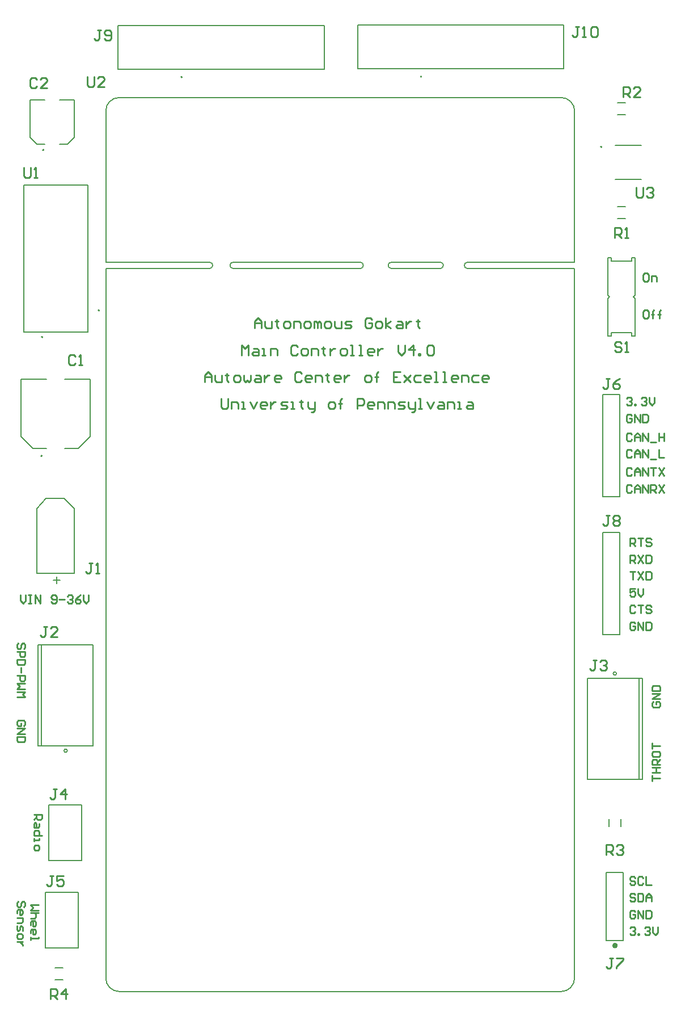
<source format=gto>
G04*
G04 #@! TF.GenerationSoftware,Altium Limited,Altium Designer,22.8.2 (66)*
G04*
G04 Layer_Color=65535*
%FSLAX42Y42*%
%MOMM*%
G71*
G04*
G04 #@! TF.SameCoordinates,B6351484-2ED7-4914-87D0-F8C2F53150F7*
G04*
G04*
G04 #@! TF.FilePolarity,Positive*
G04*
G01*
G75*
%ADD10C,0.13*%
%ADD11C,0.20*%
%ADD12C,0.40*%
%ADD13C,0.20*%
%ADD14C,0.25*%
D10*
X3049Y11117D02*
G03*
X3049Y11211I-1J47D01*
G01*
X3400D02*
G03*
X3400Y11117I1J-47D01*
G01*
X5300D02*
G03*
X5300Y11211I-1J47D01*
G01*
X5762D02*
G03*
X5762Y11117I1J-47D01*
G01*
X6494D02*
G03*
X6494Y11211I-1J47D01*
G01*
X6900D02*
G03*
X6900Y11117I1J-47D01*
G01*
X1700Y13667D02*
G03*
X1500Y13467I0J-200D01*
G01*
X8500D02*
G03*
X8300Y13667I-200J0D01*
G01*
Y333D02*
G03*
X8500Y533I0J200D01*
G01*
X1500D02*
G03*
X1700Y333I200J0D01*
G01*
X6900Y11211D02*
X8500D01*
X5762D02*
X6494D01*
X3400D02*
X5300D01*
X1500D02*
X3049D01*
X6900Y11117D02*
X8500D01*
X5762D02*
X6494D01*
X3400D02*
X5300D01*
X1500D02*
X3049D01*
X1500Y11211D02*
Y13467D01*
X1700Y13667D02*
X8300D01*
X8500Y11211D02*
Y13467D01*
Y533D02*
Y11117D01*
X1700Y333D02*
X8300D01*
X1500Y533D02*
Y11117D01*
X8923Y7715D02*
X9177D01*
Y9239D01*
X8923D02*
X9177D01*
X8923Y7715D02*
Y9239D01*
X742Y688D02*
X858D01*
X742Y512D02*
X858D01*
X1085Y8435D02*
X1265Y8615D01*
Y9465D01*
X235Y8615D02*
Y9465D01*
Y8615D02*
X415Y8435D01*
X618D01*
X882D02*
X1085D01*
X235Y9465D02*
X618D01*
X882D02*
X1265D01*
X8975Y1092D02*
Y2108D01*
X9225D01*
Y1092D02*
Y2108D01*
X8975Y1092D02*
X9225D01*
X280Y10165D02*
X1230D01*
Y12365D01*
X280D02*
X1230D01*
X280Y10165D02*
Y12365D01*
X930Y12970D02*
X1030Y13070D01*
Y13630D01*
X370Y13070D02*
Y13630D01*
Y13070D02*
X470Y12970D01*
X588D01*
X812D02*
X930D01*
X370Y13630D02*
X588D01*
X812D02*
X1030D01*
X9510Y3500D02*
Y5000D01*
X9460Y3500D02*
X9510D01*
X8690D02*
X9460D01*
X8690D02*
Y5000D01*
X9510D01*
X9460Y3500D02*
Y5000D01*
X490Y4000D02*
Y5500D01*
X540D01*
X1310D01*
Y4000D02*
Y5500D01*
X490Y4000D02*
X1310D01*
X540D02*
Y5500D01*
X8923Y5657D02*
X9177D01*
Y7181D01*
X8923D02*
X9177D01*
X8923Y5657D02*
Y7181D01*
X9012Y2792D02*
Y2908D01*
X9188Y2792D02*
Y2908D01*
X9105Y12447D02*
X9495D01*
X9105Y12952D02*
X9495D01*
X1683Y14742D02*
X4763D01*
Y14092D02*
Y14742D01*
X1683Y14092D02*
Y14742D01*
Y14092D02*
X4763D01*
X5259Y14100D02*
X8340D01*
X5259D02*
Y14750D01*
X8340Y14100D02*
Y14750D01*
X5259D02*
X8340D01*
X8997Y10112D02*
X9048D01*
Y10163D01*
X9352D01*
Y10112D02*
Y10163D01*
Y10112D02*
X9403D01*
Y10671D01*
X9378Y10696D02*
X9403Y10671D01*
X9378Y10696D02*
X9403Y10721D01*
Y11280D01*
X9352D02*
X9403D01*
X9352Y11229D02*
Y11280D01*
X9048Y11229D02*
X9352D01*
X9048D02*
Y11280D01*
X8997D02*
X9048D01*
X8997Y10721D02*
Y11280D01*
Y10721D02*
X9022Y10696D01*
X8997Y10671D02*
X9022Y10696D01*
X8997Y10112D02*
Y10671D01*
X9142Y11862D02*
X9258D01*
X9142Y12038D02*
X9258D01*
X9142Y13588D02*
X9258D01*
X9142Y13412D02*
X9258D01*
X607Y7690D02*
X870D01*
X470Y7533D02*
X607Y7690D01*
X470Y6570D02*
X1030D01*
X770Y6420D02*
Y6520D01*
X720Y6470D02*
X820D01*
X470Y6570D02*
Y7533D01*
X1030Y6570D02*
Y7533D01*
X870Y7690D02*
X873D01*
X1030Y7533D01*
D11*
X1406Y10493D02*
G03*
X1406Y10493I-10J0D01*
G01*
X550Y8320D02*
G03*
X550Y8320I-10J0D01*
G01*
X560Y10095D02*
G03*
X560Y10095I-10J0D01*
G01*
X575Y12885D02*
G03*
X575Y12885I-10J0D01*
G01*
X8906Y12930D02*
G03*
X8906Y12930I-10J0D01*
G01*
X2641Y13972D02*
G03*
X2641Y13972I-10J0D01*
G01*
X6217Y13980D02*
G03*
X6217Y13980I-10J0D01*
G01*
D12*
X9124Y1017D02*
G03*
X9124Y1017I-20J0D01*
G01*
D13*
X9125Y5075D02*
G03*
X9125Y5075I-25J0D01*
G01*
X925Y3925D02*
G03*
X925Y3925I-25J0D01*
G01*
X1090Y985D02*
Y1815D01*
X600Y985D02*
X1090D01*
X600D02*
Y1815D01*
X1090D01*
X1140Y2285D02*
Y3115D01*
X650Y2285D02*
X1140D01*
X650D02*
Y3115D01*
X1140D01*
D14*
X1223Y13976D02*
Y13849D01*
X1248Y13824D01*
X1299D01*
X1325Y13849D01*
Y13976D01*
X1477Y13824D02*
X1375D01*
X1477Y13925D01*
Y13951D01*
X1452Y13976D01*
X1401D01*
X1375Y13951D01*
X9355Y7875D02*
X9335Y7895D01*
X9295D01*
X9275Y7875D01*
Y7795D01*
X9295Y7775D01*
X9335D01*
X9355Y7795D01*
X9395Y7775D02*
Y7855D01*
X9435Y7895D01*
X9475Y7855D01*
Y7775D01*
Y7835D01*
X9395D01*
X9515Y7775D02*
Y7895D01*
X9595Y7775D01*
Y7895D01*
X9635Y7775D02*
Y7895D01*
X9695D01*
X9715Y7875D01*
Y7835D01*
X9695Y7815D01*
X9635D01*
X9675D02*
X9715Y7775D01*
X9755Y7895D02*
X9835Y7775D01*
Y7895D02*
X9755Y7775D01*
X9355Y8125D02*
X9335Y8145D01*
X9295D01*
X9275Y8125D01*
Y8045D01*
X9295Y8025D01*
X9335D01*
X9355Y8045D01*
X9395Y8025D02*
Y8105D01*
X9435Y8145D01*
X9475Y8105D01*
Y8025D01*
Y8085D01*
X9395D01*
X9515Y8025D02*
Y8145D01*
X9595Y8025D01*
Y8145D01*
X9635D02*
X9715D01*
X9675D01*
Y8025D01*
X9755Y8145D02*
X9835Y8025D01*
Y8145D02*
X9755Y8025D01*
X9025Y9476D02*
X8974D01*
X8999D01*
Y9349D01*
X8974Y9324D01*
X8948D01*
X8923Y9349D01*
X9177Y9476D02*
X9126Y9451D01*
X9075Y9400D01*
Y9349D01*
X9101Y9324D01*
X9152D01*
X9177Y9349D01*
Y9375D01*
X9152Y9400D01*
X9075D01*
X9355Y8925D02*
X9335Y8945D01*
X9295D01*
X9275Y8925D01*
Y8845D01*
X9295Y8825D01*
X9335D01*
X9355Y8845D01*
Y8885D01*
X9315D01*
X9395Y8825D02*
Y8945D01*
X9475Y8825D01*
Y8945D01*
X9515D02*
Y8825D01*
X9575D01*
X9595Y8845D01*
Y8925D01*
X9575Y8945D01*
X9515D01*
X9275Y9175D02*
X9295Y9195D01*
X9335D01*
X9355Y9175D01*
Y9155D01*
X9335Y9135D01*
X9315D01*
X9335D01*
X9355Y9115D01*
Y9095D01*
X9335Y9075D01*
X9295D01*
X9275Y9095D01*
X9395Y9075D02*
Y9095D01*
X9415D01*
Y9075D01*
X9395D01*
X9495Y9175D02*
X9515Y9195D01*
X9555D01*
X9575Y9175D01*
Y9155D01*
X9555Y9135D01*
X9535D01*
X9555D01*
X9575Y9115D01*
Y9095D01*
X9555Y9075D01*
X9515D01*
X9495Y9095D01*
X9615Y9195D02*
Y9115D01*
X9655Y9075D01*
X9695Y9115D01*
Y9195D01*
X9355Y8395D02*
X9335Y8415D01*
X9295D01*
X9275Y8395D01*
Y8315D01*
X9295Y8295D01*
X9335D01*
X9355Y8315D01*
X9395Y8295D02*
Y8375D01*
X9435Y8415D01*
X9475Y8375D01*
Y8295D01*
Y8355D01*
X9395D01*
X9515Y8295D02*
Y8415D01*
X9595Y8295D01*
Y8415D01*
X9635Y8275D02*
X9715D01*
X9755Y8415D02*
Y8295D01*
X9835D01*
X9355Y8645D02*
X9335Y8665D01*
X9295D01*
X9275Y8645D01*
Y8565D01*
X9295Y8545D01*
X9335D01*
X9355Y8565D01*
X9395Y8545D02*
Y8625D01*
X9435Y8665D01*
X9475Y8625D01*
Y8545D01*
Y8605D01*
X9395D01*
X9515Y8545D02*
Y8665D01*
X9595Y8545D01*
Y8665D01*
X9635Y8525D02*
X9715D01*
X9755Y8665D02*
Y8545D01*
Y8605D01*
X9835D01*
Y8665D01*
Y8545D01*
X425Y2975D02*
X545D01*
Y2915D01*
X525Y2895D01*
X485D01*
X465Y2915D01*
Y2975D01*
Y2935D02*
X425Y2895D01*
X505Y2835D02*
Y2795D01*
X485Y2775D01*
X425D01*
Y2835D01*
X445Y2855D01*
X465Y2835D01*
Y2775D01*
X545Y2655D02*
X425D01*
Y2715D01*
X445Y2735D01*
X485D01*
X505Y2715D01*
Y2655D01*
X425Y2615D02*
Y2575D01*
Y2595D01*
X505D01*
Y2615D01*
X425Y2495D02*
Y2455D01*
X445Y2435D01*
X485D01*
X505Y2455D01*
Y2495D01*
X485Y2515D01*
X445D01*
X425Y2495D01*
X9675Y4655D02*
X9655Y4635D01*
Y4595D01*
X9675Y4575D01*
X9755D01*
X9775Y4595D01*
Y4635D01*
X9755Y4655D01*
X9715D01*
Y4615D01*
X9775Y4695D02*
X9655D01*
X9775Y4775D01*
X9655D01*
Y4815D02*
X9775D01*
Y4875D01*
X9755Y4895D01*
X9675D01*
X9655Y4875D01*
Y4815D01*
X9325Y1275D02*
X9345Y1295D01*
X9385D01*
X9405Y1275D01*
Y1255D01*
X9385Y1235D01*
X9365D01*
X9385D01*
X9405Y1215D01*
Y1195D01*
X9385Y1175D01*
X9345D01*
X9325Y1195D01*
X9445Y1175D02*
Y1195D01*
X9465D01*
Y1175D01*
X9445D01*
X9545Y1275D02*
X9565Y1295D01*
X9605D01*
X9625Y1275D01*
Y1255D01*
X9605Y1235D01*
X9585D01*
X9605D01*
X9625Y1215D01*
Y1195D01*
X9605Y1175D01*
X9565D01*
X9545Y1195D01*
X9665Y1295D02*
Y1215D01*
X9705Y1175D01*
X9745Y1215D01*
Y1295D01*
X9405Y1525D02*
X9385Y1545D01*
X9345D01*
X9325Y1525D01*
Y1445D01*
X9345Y1425D01*
X9385D01*
X9405Y1445D01*
Y1485D01*
X9365D01*
X9445Y1425D02*
Y1545D01*
X9525Y1425D01*
Y1545D01*
X9565D02*
Y1425D01*
X9625D01*
X9645Y1445D01*
Y1525D01*
X9625Y1545D01*
X9565D01*
X9405Y1775D02*
X9385Y1795D01*
X9345D01*
X9325Y1775D01*
Y1755D01*
X9345Y1735D01*
X9385D01*
X9405Y1715D01*
Y1695D01*
X9385Y1675D01*
X9345D01*
X9325Y1695D01*
X9445Y1795D02*
Y1675D01*
X9505D01*
X9525Y1695D01*
Y1775D01*
X9505Y1795D01*
X9445D01*
X9565Y1675D02*
Y1755D01*
X9605Y1795D01*
X9645Y1755D01*
Y1675D01*
Y1735D01*
X9565D01*
X9405Y2025D02*
X9385Y2045D01*
X9345D01*
X9325Y2025D01*
Y2005D01*
X9345Y1985D01*
X9385D01*
X9405Y1965D01*
Y1945D01*
X9385Y1925D01*
X9345D01*
X9325Y1945D01*
X9525Y2025D02*
X9505Y2045D01*
X9465D01*
X9445Y2025D01*
Y1945D01*
X9465Y1925D01*
X9505D01*
X9525Y1945D01*
X9565Y2045D02*
Y1925D01*
X9645D01*
X3225Y9179D02*
Y9052D01*
X3251Y9026D01*
X3302D01*
X3327Y9052D01*
Y9179D01*
X3378Y9026D02*
Y9128D01*
X3454D01*
X3479Y9102D01*
Y9026D01*
X3530D02*
X3581D01*
X3555D01*
Y9128D01*
X3530D01*
X3657D02*
X3708Y9026D01*
X3759Y9128D01*
X3886Y9026D02*
X3835D01*
X3809Y9052D01*
Y9102D01*
X3835Y9128D01*
X3886D01*
X3911Y9102D01*
Y9077D01*
X3809D01*
X3962Y9128D02*
Y9026D01*
Y9077D01*
X3987Y9102D01*
X4013Y9128D01*
X4038D01*
X4114Y9026D02*
X4190D01*
X4216Y9052D01*
X4190Y9077D01*
X4140D01*
X4114Y9102D01*
X4140Y9128D01*
X4216D01*
X4266Y9026D02*
X4317D01*
X4292D01*
Y9128D01*
X4266D01*
X4419Y9153D02*
Y9128D01*
X4393D01*
X4444D01*
X4419D01*
Y9052D01*
X4444Y9026D01*
X4520Y9128D02*
Y9052D01*
X4546Y9026D01*
X4622D01*
Y9001D01*
X4597Y8975D01*
X4571D01*
X4622Y9026D02*
Y9128D01*
X4850Y9026D02*
X4901D01*
X4927Y9052D01*
Y9102D01*
X4901Y9128D01*
X4850D01*
X4825Y9102D01*
Y9052D01*
X4850Y9026D01*
X5003D02*
Y9153D01*
Y9102D01*
X4977D01*
X5028D01*
X5003D01*
Y9153D01*
X5028Y9179D01*
X5257Y9026D02*
Y9179D01*
X5333D01*
X5358Y9153D01*
Y9102D01*
X5333Y9077D01*
X5257D01*
X5485Y9026D02*
X5434D01*
X5409Y9052D01*
Y9102D01*
X5434Y9128D01*
X5485D01*
X5511Y9102D01*
Y9077D01*
X5409D01*
X5561Y9026D02*
Y9128D01*
X5638D01*
X5663Y9102D01*
Y9026D01*
X5714D02*
Y9128D01*
X5790D01*
X5815Y9102D01*
Y9026D01*
X5866D02*
X5942D01*
X5968Y9052D01*
X5942Y9077D01*
X5892D01*
X5866Y9102D01*
X5892Y9128D01*
X5968D01*
X6018D02*
Y9052D01*
X6044Y9026D01*
X6120D01*
Y9001D01*
X6095Y8975D01*
X6069D01*
X6120Y9026D02*
Y9128D01*
X6171Y9026D02*
X6222D01*
X6196D01*
Y9179D01*
X6171D01*
X6298Y9128D02*
X6349Y9026D01*
X6399Y9128D01*
X6476D02*
X6526D01*
X6552Y9102D01*
Y9026D01*
X6476D01*
X6450Y9052D01*
X6476Y9077D01*
X6552D01*
X6603Y9026D02*
Y9128D01*
X6679D01*
X6704Y9102D01*
Y9026D01*
X6755D02*
X6806D01*
X6780D01*
Y9128D01*
X6755D01*
X6907D02*
X6958D01*
X6983Y9102D01*
Y9026D01*
X6907D01*
X6882Y9052D01*
X6907Y9077D01*
X6983D01*
X2975Y9425D02*
Y9527D01*
X3026Y9578D01*
X3077Y9527D01*
Y9425D01*
Y9502D01*
X2975D01*
X3128Y9527D02*
Y9451D01*
X3153Y9425D01*
X3229D01*
Y9527D01*
X3305Y9552D02*
Y9527D01*
X3280D01*
X3331D01*
X3305D01*
Y9451D01*
X3331Y9425D01*
X3432D02*
X3483D01*
X3509Y9451D01*
Y9502D01*
X3483Y9527D01*
X3432D01*
X3407Y9502D01*
Y9451D01*
X3432Y9425D01*
X3559Y9527D02*
Y9451D01*
X3585Y9425D01*
X3610Y9451D01*
X3636Y9425D01*
X3661Y9451D01*
Y9527D01*
X3737D02*
X3788D01*
X3813Y9502D01*
Y9425D01*
X3737D01*
X3712Y9451D01*
X3737Y9476D01*
X3813D01*
X3864Y9527D02*
Y9425D01*
Y9476D01*
X3890Y9502D01*
X3915Y9527D01*
X3940D01*
X4093Y9425D02*
X4042D01*
X4016Y9451D01*
Y9502D01*
X4042Y9527D01*
X4093D01*
X4118Y9502D01*
Y9476D01*
X4016D01*
X4423Y9552D02*
X4397Y9578D01*
X4347D01*
X4321Y9552D01*
Y9451D01*
X4347Y9425D01*
X4397D01*
X4423Y9451D01*
X4550Y9425D02*
X4499D01*
X4474Y9451D01*
Y9502D01*
X4499Y9527D01*
X4550D01*
X4575Y9502D01*
Y9476D01*
X4474D01*
X4626Y9425D02*
Y9527D01*
X4702D01*
X4727Y9502D01*
Y9425D01*
X4804Y9552D02*
Y9527D01*
X4778D01*
X4829D01*
X4804D01*
Y9451D01*
X4829Y9425D01*
X4981D02*
X4931D01*
X4905Y9451D01*
Y9502D01*
X4931Y9527D01*
X4981D01*
X5007Y9502D01*
Y9476D01*
X4905D01*
X5058Y9527D02*
Y9425D01*
Y9476D01*
X5083Y9502D01*
X5108Y9527D01*
X5134D01*
X5388Y9425D02*
X5438D01*
X5464Y9451D01*
Y9502D01*
X5438Y9527D01*
X5388D01*
X5362Y9502D01*
Y9451D01*
X5388Y9425D01*
X5540D02*
Y9552D01*
Y9502D01*
X5515D01*
X5565D01*
X5540D01*
Y9552D01*
X5565Y9578D01*
X5895D02*
X5794D01*
Y9425D01*
X5895D01*
X5794Y9502D02*
X5845D01*
X5946Y9527D02*
X6048Y9425D01*
X5997Y9476D01*
X6048Y9527D01*
X5946Y9425D01*
X6200Y9527D02*
X6124D01*
X6099Y9502D01*
Y9451D01*
X6124Y9425D01*
X6200D01*
X6327D02*
X6276D01*
X6251Y9451D01*
Y9502D01*
X6276Y9527D01*
X6327D01*
X6353Y9502D01*
Y9476D01*
X6251D01*
X6403Y9425D02*
X6454D01*
X6429D01*
Y9578D01*
X6403D01*
X6530Y9425D02*
X6581D01*
X6556D01*
Y9578D01*
X6530D01*
X6733Y9425D02*
X6683D01*
X6657Y9451D01*
Y9502D01*
X6683Y9527D01*
X6733D01*
X6759Y9502D01*
Y9476D01*
X6657D01*
X6810Y9425D02*
Y9527D01*
X6886D01*
X6911Y9502D01*
Y9425D01*
X7063Y9527D02*
X6987D01*
X6962Y9502D01*
Y9451D01*
X6987Y9425D01*
X7063D01*
X7190D02*
X7140D01*
X7114Y9451D01*
Y9502D01*
X7140Y9527D01*
X7190D01*
X7216Y9502D01*
Y9476D01*
X7114D01*
X3525Y9825D02*
Y9978D01*
X3576Y9927D01*
X3627Y9978D01*
Y9825D01*
X3703Y9927D02*
X3754D01*
X3779Y9902D01*
Y9825D01*
X3703D01*
X3678Y9851D01*
X3703Y9876D01*
X3779D01*
X3830Y9825D02*
X3881D01*
X3855D01*
Y9927D01*
X3830D01*
X3957Y9825D02*
Y9927D01*
X4033D01*
X4059Y9902D01*
Y9825D01*
X4363Y9952D02*
X4338Y9978D01*
X4287D01*
X4262Y9952D01*
Y9851D01*
X4287Y9825D01*
X4338D01*
X4363Y9851D01*
X4440Y9825D02*
X4490D01*
X4516Y9851D01*
Y9902D01*
X4490Y9927D01*
X4440D01*
X4414Y9902D01*
Y9851D01*
X4440Y9825D01*
X4566D02*
Y9927D01*
X4643D01*
X4668Y9902D01*
Y9825D01*
X4744Y9952D02*
Y9927D01*
X4719D01*
X4770D01*
X4744D01*
Y9851D01*
X4770Y9825D01*
X4846Y9927D02*
Y9825D01*
Y9876D01*
X4871Y9902D01*
X4897Y9927D01*
X4922D01*
X5024Y9825D02*
X5074D01*
X5100Y9851D01*
Y9902D01*
X5074Y9927D01*
X5024D01*
X4998Y9902D01*
Y9851D01*
X5024Y9825D01*
X5150D02*
X5201D01*
X5176D01*
Y9978D01*
X5150D01*
X5277Y9825D02*
X5328D01*
X5303D01*
Y9978D01*
X5277D01*
X5481Y9825D02*
X5430D01*
X5404Y9851D01*
Y9902D01*
X5430Y9927D01*
X5481D01*
X5506Y9902D01*
Y9876D01*
X5404D01*
X5557Y9927D02*
Y9825D01*
Y9876D01*
X5582Y9902D01*
X5608Y9927D01*
X5633D01*
X5861Y9978D02*
Y9876D01*
X5912Y9825D01*
X5963Y9876D01*
Y9978D01*
X6090Y9825D02*
Y9978D01*
X6014Y9902D01*
X6115D01*
X6166Y9825D02*
Y9851D01*
X6192D01*
Y9825D01*
X6166D01*
X6293Y9952D02*
X6318Y9978D01*
X6369D01*
X6395Y9952D01*
Y9851D01*
X6369Y9825D01*
X6318D01*
X6293Y9851D01*
Y9952D01*
X3725Y10225D02*
Y10327D01*
X3776Y10378D01*
X3827Y10327D01*
Y10225D01*
Y10302D01*
X3725D01*
X3878Y10327D02*
Y10251D01*
X3903Y10225D01*
X3979D01*
Y10327D01*
X4055Y10352D02*
Y10327D01*
X4030D01*
X4081D01*
X4055D01*
Y10251D01*
X4081Y10225D01*
X4182D02*
X4233D01*
X4259Y10251D01*
Y10302D01*
X4233Y10327D01*
X4182D01*
X4157Y10302D01*
Y10251D01*
X4182Y10225D01*
X4309D02*
Y10327D01*
X4386D01*
X4411Y10302D01*
Y10225D01*
X4487D02*
X4538D01*
X4563Y10251D01*
Y10302D01*
X4538Y10327D01*
X4487D01*
X4462Y10302D01*
Y10251D01*
X4487Y10225D01*
X4614D02*
Y10327D01*
X4640D01*
X4665Y10302D01*
Y10225D01*
Y10302D01*
X4690Y10327D01*
X4716Y10302D01*
Y10225D01*
X4792D02*
X4843D01*
X4868Y10251D01*
Y10302D01*
X4843Y10327D01*
X4792D01*
X4766Y10302D01*
Y10251D01*
X4792Y10225D01*
X4919Y10327D02*
Y10251D01*
X4944Y10225D01*
X5020D01*
Y10327D01*
X5071Y10225D02*
X5147D01*
X5173Y10251D01*
X5147Y10276D01*
X5097D01*
X5071Y10302D01*
X5097Y10327D01*
X5173D01*
X5477Y10352D02*
X5452Y10378D01*
X5401D01*
X5376Y10352D01*
Y10251D01*
X5401Y10225D01*
X5452D01*
X5477Y10251D01*
Y10302D01*
X5427D01*
X5554Y10225D02*
X5604D01*
X5630Y10251D01*
Y10302D01*
X5604Y10327D01*
X5554D01*
X5528Y10302D01*
Y10251D01*
X5554Y10225D01*
X5681D02*
Y10378D01*
Y10276D02*
X5757Y10327D01*
X5681Y10276D02*
X5757Y10225D01*
X5858Y10327D02*
X5909D01*
X5934Y10302D01*
Y10225D01*
X5858D01*
X5833Y10251D01*
X5858Y10276D01*
X5934D01*
X5985Y10327D02*
Y10225D01*
Y10276D01*
X6011Y10302D01*
X6036Y10327D01*
X6061D01*
X6163Y10352D02*
Y10327D01*
X6138D01*
X6188D01*
X6163D01*
Y10251D01*
X6188Y10225D01*
X225Y6245D02*
Y6165D01*
X265Y6125D01*
X305Y6165D01*
Y6245D01*
X345D02*
X385D01*
X365D01*
Y6125D01*
X345D01*
X385D01*
X445D02*
Y6245D01*
X525Y6125D01*
Y6245D01*
X685Y6145D02*
X705Y6125D01*
X745D01*
X765Y6145D01*
Y6225D01*
X745Y6245D01*
X705D01*
X685Y6225D01*
Y6205D01*
X705Y6185D01*
X765D01*
X805D02*
X885D01*
X925Y6225D02*
X945Y6245D01*
X985D01*
X1005Y6225D01*
Y6205D01*
X985Y6185D01*
X965D01*
X985D01*
X1005Y6165D01*
Y6145D01*
X985Y6125D01*
X945D01*
X925Y6145D01*
X1125Y6245D02*
X1085Y6225D01*
X1045Y6185D01*
Y6145D01*
X1065Y6125D01*
X1105D01*
X1125Y6145D01*
Y6165D01*
X1105Y6185D01*
X1045D01*
X1165Y6245D02*
Y6165D01*
X1205Y6125D01*
X1245Y6165D01*
Y6245D01*
X9405Y5825D02*
X9385Y5845D01*
X9345D01*
X9325Y5825D01*
Y5745D01*
X9345Y5725D01*
X9385D01*
X9405Y5745D01*
Y5785D01*
X9365D01*
X9445Y5725D02*
Y5845D01*
X9525Y5725D01*
Y5845D01*
X9565D02*
Y5725D01*
X9625D01*
X9645Y5745D01*
Y5825D01*
X9625Y5845D01*
X9565D01*
X9405Y6075D02*
X9385Y6095D01*
X9345D01*
X9325Y6075D01*
Y5995D01*
X9345Y5975D01*
X9385D01*
X9405Y5995D01*
X9445Y6095D02*
X9525D01*
X9485D01*
Y5975D01*
X9645Y6075D02*
X9625Y6095D01*
X9585D01*
X9565Y6075D01*
Y6055D01*
X9585Y6035D01*
X9625D01*
X9645Y6015D01*
Y5995D01*
X9625Y5975D01*
X9585D01*
X9565Y5995D01*
X9405Y6345D02*
X9325D01*
Y6285D01*
X9365Y6305D01*
X9385D01*
X9405Y6285D01*
Y6245D01*
X9385Y6225D01*
X9345D01*
X9325Y6245D01*
X9445Y6345D02*
Y6265D01*
X9485Y6225D01*
X9525Y6265D01*
Y6345D01*
X9325Y6595D02*
X9405D01*
X9365D01*
Y6475D01*
X9445Y6595D02*
X9525Y6475D01*
Y6595D02*
X9445Y6475D01*
X9565Y6595D02*
Y6475D01*
X9625D01*
X9645Y6495D01*
Y6575D01*
X9625Y6595D01*
X9565D01*
X9325Y6725D02*
Y6845D01*
X9385D01*
X9405Y6825D01*
Y6785D01*
X9385Y6765D01*
X9325D01*
X9365D02*
X9405Y6725D01*
X9445Y6845D02*
X9525Y6725D01*
Y6845D02*
X9445Y6725D01*
X9565Y6845D02*
Y6725D01*
X9625D01*
X9645Y6745D01*
Y6825D01*
X9625Y6845D01*
X9565D01*
X9325Y6975D02*
Y7095D01*
X9385D01*
X9405Y7075D01*
Y7035D01*
X9385Y7015D01*
X9325D01*
X9365D02*
X9405Y6975D01*
X9445Y7095D02*
X9525D01*
X9485D01*
Y6975D01*
X9645Y7075D02*
X9625Y7095D01*
X9585D01*
X9565Y7075D01*
Y7055D01*
X9585Y7035D01*
X9625D01*
X9645Y7015D01*
Y6995D01*
X9625Y6975D01*
X9585D01*
X9565Y6995D01*
X9585Y10495D02*
X9545D01*
X9525Y10475D01*
Y10395D01*
X9545Y10375D01*
X9585D01*
X9605Y10395D01*
Y10475D01*
X9585Y10495D01*
X9665Y10375D02*
Y10475D01*
Y10435D01*
X9645D01*
X9685D01*
X9665D01*
Y10475D01*
X9685Y10495D01*
X9765Y10375D02*
Y10475D01*
Y10435D01*
X9745D01*
X9785D01*
X9765D01*
Y10475D01*
X9785Y10495D01*
X9585Y11045D02*
X9545D01*
X9525Y11025D01*
Y10945D01*
X9545Y10925D01*
X9585D01*
X9605Y10945D01*
Y11025D01*
X9585Y11045D01*
X9645Y10925D02*
Y11005D01*
X9705D01*
X9725Y10985D01*
Y10925D01*
X275Y1595D02*
X295Y1615D01*
Y1655D01*
X275Y1675D01*
X255D01*
X235Y1655D01*
Y1615D01*
X215Y1595D01*
X195D01*
X175Y1615D01*
Y1655D01*
X195Y1675D01*
X175Y1495D02*
Y1535D01*
X195Y1555D01*
X235D01*
X255Y1535D01*
Y1495D01*
X235Y1475D01*
X215D01*
Y1555D01*
X175Y1435D02*
X255D01*
Y1375D01*
X235Y1355D01*
X175D01*
Y1315D02*
Y1255D01*
X195Y1235D01*
X215Y1255D01*
Y1295D01*
X235Y1315D01*
X255Y1295D01*
Y1235D01*
X175Y1175D02*
Y1135D01*
X195Y1115D01*
X235D01*
X255Y1135D01*
Y1175D01*
X235Y1195D01*
X195D01*
X175Y1175D01*
X255Y1075D02*
X175D01*
X215D01*
X235Y1055D01*
X255Y1035D01*
Y1015D01*
X9655Y3475D02*
Y3555D01*
Y3515D01*
X9775D01*
X9655Y3595D02*
X9775D01*
X9715D01*
Y3675D01*
X9655D01*
X9775D01*
Y3715D02*
X9655D01*
Y3775D01*
X9675Y3795D01*
X9715D01*
X9735Y3775D01*
Y3715D01*
Y3755D02*
X9775Y3795D01*
X9655Y3895D02*
Y3855D01*
X9675Y3835D01*
X9755D01*
X9775Y3855D01*
Y3895D01*
X9755Y3915D01*
X9675D01*
X9655Y3895D01*
Y3955D02*
Y4035D01*
Y3995D01*
X9775D01*
X495Y1625D02*
X375D01*
X415Y1585D01*
X375Y1545D01*
X495D01*
Y1505D02*
X375D01*
X435D01*
X455Y1485D01*
Y1445D01*
X435Y1425D01*
X375D01*
Y1325D02*
Y1365D01*
X395Y1385D01*
X435D01*
X455Y1365D01*
Y1325D01*
X435Y1305D01*
X415D01*
Y1385D01*
X375Y1205D02*
Y1245D01*
X395Y1265D01*
X435D01*
X455Y1245D01*
Y1205D01*
X435Y1185D01*
X415D01*
Y1265D01*
X375Y1145D02*
Y1105D01*
Y1125D01*
X495D01*
Y1145D01*
X275Y4295D02*
X295Y4315D01*
Y4355D01*
X275Y4375D01*
X195D01*
X175Y4355D01*
Y4315D01*
X195Y4295D01*
X235D01*
Y4335D01*
X175Y4255D02*
X295D01*
X175Y4175D01*
X295D01*
Y4135D02*
X175D01*
Y4075D01*
X195Y4055D01*
X275D01*
X295Y4075D01*
Y4135D01*
X275Y5445D02*
X295Y5465D01*
Y5505D01*
X275Y5525D01*
X255D01*
X235Y5505D01*
Y5465D01*
X215Y5445D01*
X195D01*
X175Y5465D01*
Y5505D01*
X195Y5525D01*
X175Y5405D02*
X295D01*
Y5345D01*
X275Y5325D01*
X235D01*
X215Y5345D01*
Y5405D01*
X295Y5285D02*
X175D01*
Y5225D01*
X195Y5205D01*
X275D01*
X295Y5225D01*
Y5285D01*
X235Y5165D02*
Y5085D01*
X175Y5045D02*
X295D01*
Y4985D01*
X275Y4965D01*
X235D01*
X215Y4985D01*
Y5045D01*
X295Y4925D02*
X175D01*
X215Y4885D01*
X175Y4845D01*
X295D01*
X175Y4805D02*
X295D01*
X255Y4765D01*
X295Y4725D01*
X175D01*
X277Y12621D02*
Y12494D01*
X302Y12469D01*
X353D01*
X378Y12494D01*
Y12621D01*
X429Y12469D02*
X480D01*
X455D01*
Y12621D01*
X429Y12596D01*
X470Y13939D02*
X444Y13965D01*
X394D01*
X368Y13939D01*
Y13838D01*
X394Y13813D01*
X444D01*
X470Y13838D01*
X622Y13813D02*
X521D01*
X622Y13914D01*
Y13939D01*
X597Y13965D01*
X546D01*
X521Y13939D01*
X1050Y9801D02*
X1025Y9826D01*
X974D01*
X948Y9801D01*
Y9699D01*
X974Y9674D01*
X1025D01*
X1050Y9699D01*
X1101Y9674D02*
X1152D01*
X1126D01*
Y9826D01*
X1101Y9801D01*
X9075Y826D02*
X9024D01*
X9049D01*
Y699D01*
X9024Y674D01*
X8998D01*
X8973Y699D01*
X9125Y826D02*
X9227D01*
Y801D01*
X9125Y699D01*
Y674D01*
X9025Y7435D02*
X8974D01*
X8999D01*
Y7308D01*
X8974Y7282D01*
X8948D01*
X8923Y7308D01*
X9075Y7409D02*
X9101Y7435D01*
X9152D01*
X9177Y7409D01*
Y7384D01*
X9152Y7358D01*
X9177Y7333D01*
Y7308D01*
X9152Y7282D01*
X9101D01*
X9075Y7308D01*
Y7333D01*
X9101Y7358D01*
X9075Y7384D01*
Y7409D01*
X9101Y7358D02*
X9152D01*
X673Y224D02*
Y376D01*
X749D01*
X775Y351D01*
Y300D01*
X749Y275D01*
X673D01*
X724D02*
X775Y224D01*
X902D02*
Y376D01*
X825Y300D01*
X927D01*
X716Y2055D02*
X665D01*
X691D01*
Y1928D01*
X665Y1902D01*
X640D01*
X615Y1928D01*
X869Y2055D02*
X767D01*
Y1979D01*
X818Y2004D01*
X843D01*
X869Y1979D01*
Y1928D01*
X843Y1902D01*
X792D01*
X767Y1928D01*
X767Y3353D02*
X716D01*
X742D01*
Y3226D01*
X716Y3200D01*
X691D01*
X665Y3226D01*
X894Y3200D02*
Y3353D01*
X818Y3277D01*
X919D01*
X8973Y2374D02*
Y2526D01*
X9049D01*
X9075Y2501D01*
Y2450D01*
X9049Y2425D01*
X8973D01*
X9024D02*
X9075Y2374D01*
X9125Y2501D02*
X9151Y2526D01*
X9202D01*
X9227Y2501D01*
Y2475D01*
X9202Y2450D01*
X9176D01*
X9202D01*
X9227Y2425D01*
Y2399D01*
X9202Y2374D01*
X9151D01*
X9125Y2399D01*
X8825Y5276D02*
X8774D01*
X8799D01*
Y5149D01*
X8774Y5124D01*
X8748D01*
X8723Y5149D01*
X8875Y5251D02*
X8901Y5276D01*
X8952D01*
X8977Y5251D01*
Y5225D01*
X8952Y5200D01*
X8926D01*
X8952D01*
X8977Y5175D01*
Y5149D01*
X8952Y5124D01*
X8901D01*
X8875Y5149D01*
X625Y5776D02*
X574D01*
X599D01*
Y5649D01*
X574Y5624D01*
X548D01*
X523Y5649D01*
X777Y5624D02*
X675D01*
X777Y5725D01*
Y5751D01*
X752Y5776D01*
X701D01*
X675Y5751D01*
X1425Y14676D02*
X1374D01*
X1399D01*
Y14549D01*
X1374Y14524D01*
X1348D01*
X1323Y14549D01*
X1475D02*
X1501Y14524D01*
X1552D01*
X1577Y14549D01*
Y14651D01*
X1552Y14676D01*
X1501D01*
X1475Y14651D01*
Y14625D01*
X1501Y14600D01*
X1577D01*
X8561Y14726D02*
X8510D01*
X8536D01*
Y14599D01*
X8510Y14574D01*
X8485D01*
X8460Y14599D01*
X8612Y14574D02*
X8663D01*
X8637D01*
Y14726D01*
X8612Y14701D01*
X8739D02*
X8764Y14726D01*
X8815D01*
X8840Y14701D01*
Y14599D01*
X8815Y14574D01*
X8764D01*
X8739Y14599D01*
Y14701D01*
X9423Y12326D02*
Y12199D01*
X9448Y12174D01*
X9499D01*
X9525Y12199D01*
Y12326D01*
X9575Y12301D02*
X9601Y12326D01*
X9652D01*
X9677Y12301D01*
Y12275D01*
X9652Y12250D01*
X9626D01*
X9652D01*
X9677Y12225D01*
Y12199D01*
X9652Y12174D01*
X9601D01*
X9575Y12199D01*
X9200Y10001D02*
X9175Y10026D01*
X9124D01*
X9098Y10001D01*
Y9975D01*
X9124Y9950D01*
X9175D01*
X9200Y9925D01*
Y9899D01*
X9175Y9874D01*
X9124D01*
X9098Y9899D01*
X9251Y9874D02*
X9302D01*
X9276D01*
Y10026D01*
X9251Y10001D01*
X9223Y13674D02*
Y13826D01*
X9299D01*
X9325Y13801D01*
Y13750D01*
X9299Y13725D01*
X9223D01*
X9274D02*
X9325Y13674D01*
X9477D02*
X9375D01*
X9477Y13775D01*
Y13801D01*
X9452Y13826D01*
X9401D01*
X9375Y13801D01*
X9098Y11574D02*
Y11726D01*
X9175D01*
X9200Y11701D01*
Y11650D01*
X9175Y11625D01*
X9098D01*
X9149D02*
X9200Y11574D01*
X9251D02*
X9302D01*
X9276D01*
Y11726D01*
X9251Y11701D01*
X1300Y6726D02*
X1249D01*
X1275D01*
Y6599D01*
X1249Y6574D01*
X1224D01*
X1198Y6599D01*
X1351Y6574D02*
X1402D01*
X1376D01*
Y6726D01*
X1351Y6701D01*
M02*

</source>
